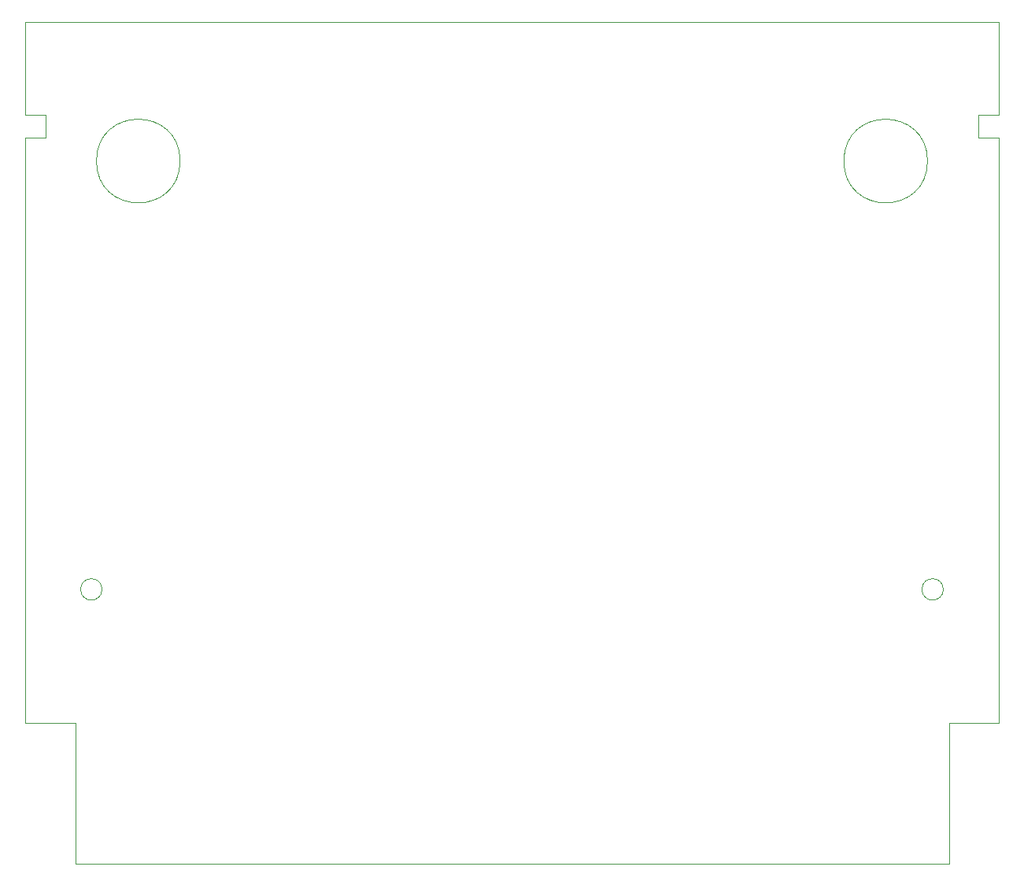
<source format=gbr>
%TF.GenerationSoftware,KiCad,Pcbnew,(6.0.7-1)-1*%
%TF.CreationDate,2022-10-12T18:13:29+11:00*%
%TF.ProjectId,CAT emulator,43415420-656d-4756-9c61-746f722e6b69,rev?*%
%TF.SameCoordinates,Original*%
%TF.FileFunction,Profile,NP*%
%FSLAX46Y46*%
G04 Gerber Fmt 4.6, Leading zero omitted, Abs format (unit mm)*
G04 Created by KiCad (PCBNEW (6.0.7-1)-1) date 2022-10-12 18:13:29*
%MOMM*%
%LPD*%
G01*
G04 APERTURE LIST*
%TA.AperFunction,Profile*%
%ADD10C,0.100000*%
%TD*%
G04 APERTURE END LIST*
D10*
X261250000Y-49800000D02*
X261250000Y-39800000D01*
X255250000Y-100900000D02*
G75*
G03*
X255250000Y-100900000I-1150000J0D01*
G01*
X161900000Y-115300000D02*
X161900000Y-130400000D01*
X173150000Y-54800000D02*
G75*
G03*
X173150000Y-54800000I-4500000J0D01*
G01*
X259000000Y-52300000D02*
X261250000Y-52300000D01*
X156450000Y-52300000D02*
X158700000Y-52300000D01*
X259000000Y-49800000D02*
X259000000Y-52300000D01*
X158700000Y-49800000D02*
X156450000Y-49800000D01*
X156450000Y-39800000D02*
X156450000Y-49800000D01*
X253550000Y-54800000D02*
G75*
G03*
X253550000Y-54800000I-4500000J0D01*
G01*
X261250000Y-49800000D02*
X259000000Y-49800000D01*
X156450000Y-115300000D02*
X161900000Y-115300000D01*
X261250000Y-39800000D02*
X156450000Y-39800000D01*
X161900000Y-130400000D02*
X255900000Y-130400000D01*
X261250000Y-115300000D02*
X261250000Y-52300000D01*
X158700000Y-52300000D02*
X158700000Y-49800000D01*
X156450000Y-52300000D02*
X156450000Y-115300000D01*
X164750000Y-100900000D02*
G75*
G03*
X164750000Y-100900000I-1150000J0D01*
G01*
X255900000Y-115300000D02*
X261250000Y-115300000D01*
X255900000Y-130400000D02*
X255900000Y-115300000D01*
M02*

</source>
